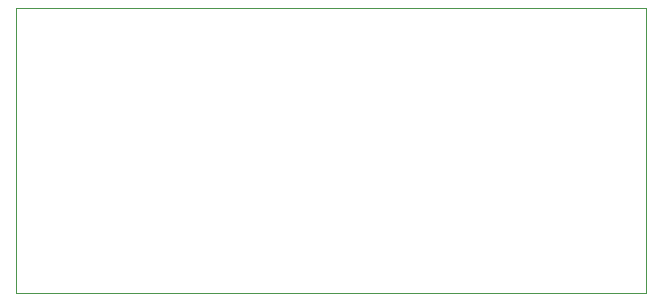
<source format=gbr>
%TF.GenerationSoftware,KiCad,Pcbnew,(5.1.8)-1*%
%TF.CreationDate,2024-01-14T12:38:51+03:00*%
%TF.ProjectId,Toggle,546f6767-6c65-42e6-9b69-6361645f7063,rev?*%
%TF.SameCoordinates,Original*%
%TF.FileFunction,Profile,NP*%
%FSLAX46Y46*%
G04 Gerber Fmt 4.6, Leading zero omitted, Abs format (unit mm)*
G04 Created by KiCad (PCBNEW (5.1.8)-1) date 2024-01-14 12:38:51*
%MOMM*%
%LPD*%
G01*
G04 APERTURE LIST*
%TA.AperFunction,Profile*%
%ADD10C,0.050000*%
%TD*%
G04 APERTURE END LIST*
D10*
X10160000Y-34290000D02*
X10160000Y-10160000D01*
X63500000Y-34290000D02*
X10160000Y-34290000D01*
X63500000Y-10160000D02*
X63500000Y-34290000D01*
X10160000Y-10160000D02*
X63500000Y-10160000D01*
M02*

</source>
